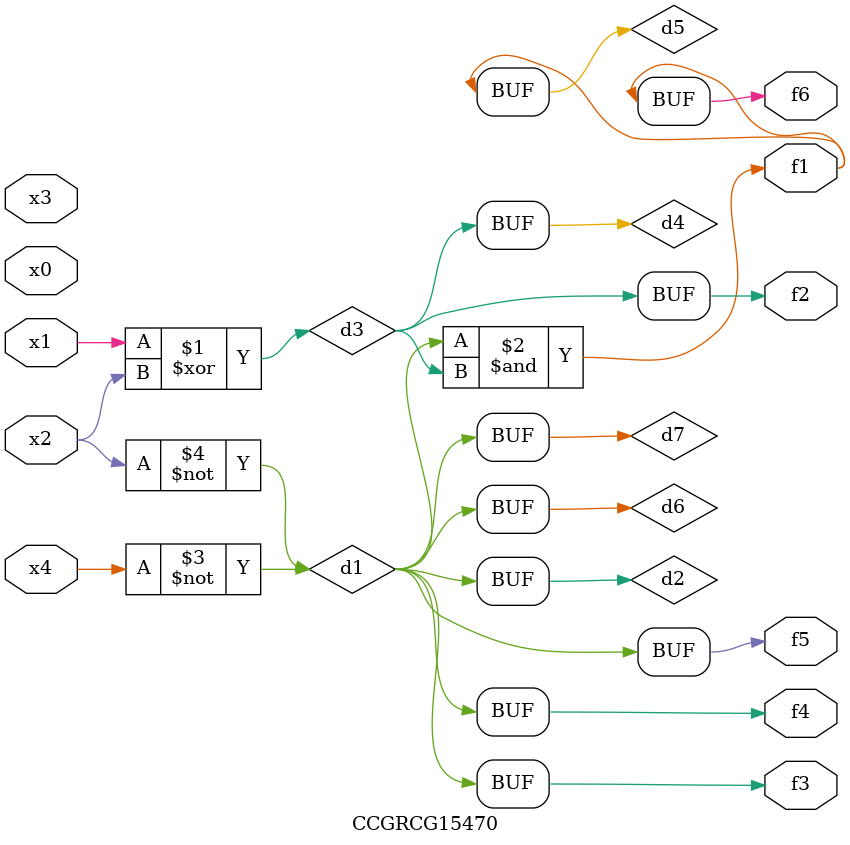
<source format=v>
module CCGRCG15470(
	input x0, x1, x2, x3, x4,
	output f1, f2, f3, f4, f5, f6
);

	wire d1, d2, d3, d4, d5, d6, d7;

	not (d1, x4);
	not (d2, x2);
	xor (d3, x1, x2);
	buf (d4, d3);
	and (d5, d1, d3);
	buf (d6, d1, d2);
	buf (d7, d2);
	assign f1 = d5;
	assign f2 = d4;
	assign f3 = d7;
	assign f4 = d7;
	assign f5 = d7;
	assign f6 = d5;
endmodule

</source>
